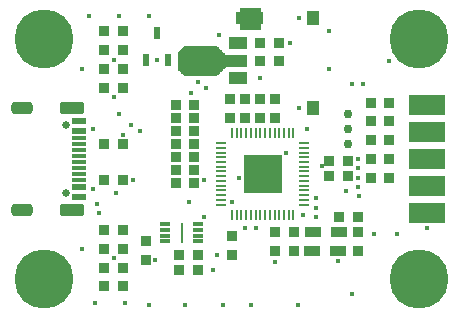
<source format=gts>
G04*
G04  File:            QL_PICOVGA_V2.GTS, Sun Mar 30 12:24:59 2025*
G04  Format:          Gerber Format (RS-274-D), ASCII*
G04*
G04  Format Options:  Absolute Positioning*
G04                   Leading-Zero Suppression*
G04                   Scale Factor 1:1*
G04                   NO Circular Interpolation*
G04                   Inch Units*
G04                   Numeric Format: 4.4 (XXXX.XXXX)*
G04                   G54 NOT Used for Aperture Change*
G04                   Apertures Embedded*
G04*
G04  File Options:    Offset = (0.0mil,0.0mil)*
G04                   Drill Symbol Size = 80.0mil*
G04                   No Pad/Via Holes*
G04*
G04  File Contents:   Pads*
G04                   Vias*
G04                   No Designators*
G04                   No Types*
G04                   No Values*
G04                   No Drill Symbols*
G04                   Top Mask*
G04*
%INQL_PICOVGA_V2.GTS*%
%ICAS*%
%MOIN*%
G04*
G04  Aperture MACROs for general use --- invoked via D-code assignment *
G04*
G04  General MACRO for flashed round with rotation and/or offset hole *
%AMROTOFFROUND*
1,1,$1,0.0000,0.0000*
1,0,$2,$3,$4*%
G04*
G04  General MACRO for flashed oval (obround) with rotation and/or offset hole *
%AMROTOFFOVAL*
21,1,$1,$2,0.0000,0.0000,$3*
1,1,$4,$5,$6*
1,1,$4,0-$5,0-$6*
1,0,$7,$8,$9*%
G04*
G04  General MACRO for flashed oval (obround) with rotation and no hole *
%AMROTOVALNOHOLE*
21,1,$1,$2,0.0000,0.0000,$3*
1,1,$4,$5,$6*
1,1,$4,0-$5,0-$6*%
G04*
G04  General MACRO for flashed rectangle with rotation and/or offset hole *
%AMROTOFFRECT*
21,1,$1,$2,0.0000,0.0000,$3*
1,0,$4,$5,$6*%
G04*
G04  General MACRO for flashed rectangle with rotation and no hole *
%AMROTRECTNOHOLE*
21,1,$1,$2,0.0000,0.0000,$3*%
G04*
G04  General MACRO for flashed rounded-rectangle *
%AMROUNDRECT*
21,1,$1,$2-$4,0.0000,0.0000,$3*
21,1,$1-$4,$2,0.0000,0.0000,$3*
1,1,$4,$5,$6*
1,1,$4,$7,$8*
1,1,$4,0-$5,0-$6*
1,1,$4,0-$7,0-$8*
1,0,$9,$10,$11*%
G04*
G04  General MACRO for flashed rounded-rectangle with rotation and no hole *
%AMROUNDRECTNOHOLE*
21,1,$1,$2-$4,0.0000,0.0000,$3*
21,1,$1-$4,$2,0.0000,0.0000,$3*
1,1,$4,$5,$6*
1,1,$4,$7,$8*
1,1,$4,0-$5,0-$6*
1,1,$4,0-$7,0-$8*%
G04*
G04  General MACRO for flashed regular polygon *
%AMREGPOLY*
5,1,$1,0.0000,0.0000,$2,$3+$4*
1,0,$5,$6,$7*%
G04*
G04  General MACRO for flashed regular polygon with no hole *
%AMREGPOLYNOHOLE*
5,1,$1,0.0000,0.0000,$2,$3+$4*%
G04*
G04  General MACRO for target *
%AMTARGET*
6,0,0,$1,$2,$3,4,$4,$5,$6*%
G04*
G04  General MACRO for mounting hole *
%AMMTHOLE*
1,1,$1,0,0*
1,0,$2,0,0*
$1=$1-$2*
$1=$1/2*
21,1,$2+$1,$3,0,0,$4*
21,1,$3,$2+$1,0,0,$4*%
G04*
G04*
G04  D10 : "Ellipse X4.0mil Y4.0mil H0.0mil 0.0deg (0.0mil,0.0mil) Draw"*
G04  Disc: OuterDia=0.0040*
%ADD10C, 0.0040*%
G04  D11 : "Ellipse X10.0mil Y10.0mil H0.0mil 0.0deg (0.0mil,0.0mil) Draw"*
G04  Disc: OuterDia=0.0100*
%ADD11C, 0.0100*%
G04  D12 : "Ellipse X11.0mil Y11.0mil H0.0mil 0.0deg (0.0mil,0.0mil) Draw"*
G04  Disc: OuterDia=0.0110*
%ADD12C, 0.0110*%
G04  D13 : "Ellipse X12.0mil Y12.0mil H0.0mil 0.0deg (0.0mil,0.0mil) Draw"*
G04  Disc: OuterDia=0.0120*
%ADD13C, 0.0120*%
G04  D14 : "Ellipse X14.0mil Y14.0mil H0.0mil 0.0deg (0.0mil,0.0mil) Draw"*
G04  Disc: OuterDia=0.0140*
%ADD14C, 0.0140*%
G04  D15 : "Ellipse X15.0mil Y15.0mil H0.0mil 0.0deg (0.0mil,0.0mil) Draw"*
G04  Disc: OuterDia=0.0150*
%ADD15C, 0.0150*%
G04  D16 : "Ellipse X16.0mil Y16.0mil H0.0mil 0.0deg (0.0mil,0.0mil) Draw"*
G04  Disc: OuterDia=0.0160*
%ADD16C, 0.0160*%
G04  D17 : "Ellipse X2.0mil Y2.0mil H0.0mil 0.0deg (0.0mil,0.0mil) Draw"*
G04  Disc: OuterDia=0.0020*
%ADD17C, 0.0020*%
G04  D18 : "Ellipse X2.0mil Y2.0mil H0.0mil 0.0deg (0.0mil,0.0mil) Draw"*
G04  Disc: OuterDia=0.0020*
%ADD18C, 0.0020*%
G04  D19 : "Ellipse X20.0mil Y20.0mil H0.0mil 0.0deg (0.0mil,0.0mil) Draw"*
G04  Disc: OuterDia=0.0200*
%ADD19C, 0.0200*%
G04  D20 : "Ellipse X32.0mil Y32.0mil H0.0mil 0.0deg (0.0mil,0.0mil) Draw"*
G04  Disc: OuterDia=0.0320*
%ADD20C, 0.0320*%
G04  D21 : "Ellipse X6.0mil Y6.0mil H0.0mil 0.0deg (0.0mil,0.0mil) Draw"*
G04  Disc: OuterDia=0.0060*
%ADD21C, 0.0060*%
G04  D22 : "Ellipse X8.0mil Y8.0mil H0.0mil 0.0deg (0.0mil,0.0mil) Draw"*
G04  Disc: OuterDia=0.0080*
%ADD22C, 0.0080*%
G04  D23 : "Ellipse X196.9mil Y196.9mil H0.0mil 0.0deg (0.0mil,0.0mil) Flash"*
G04  Disc: OuterDia=0.1969*
%ADD23C, 0.1969*%
G04  D24 : "Ellipse X25.6mil Y25.6mil H0.0mil 0.0deg (0.0mil,0.0mil) Flash"*
G04  Disc: OuterDia=0.0256*
%ADD24C, 0.0256*%
G04  D25 : "Ellipse X30.0mil Y30.0mil H0.0mil 0.0deg (0.0mil,0.0mil) Flash"*
G04  Disc: OuterDia=0.0300*
%ADD25C, 0.0300*%
G04  D26 : "Mounting Hole X196.9mil Y196.9mil H0.0mil 0.0deg (0.0mil,0.0mil) Flash"*
G04  Mounting Hole: Diameter=0.1969, Rotation=0.0, LineWidth=0.0050 *
%ADD26MTHOLE, 0.1969 X0.1769 X0.0050 X0.0*%
G04  D27 : "Mounting Hole X25.6mil Y25.6mil H0.0mil 0.0deg (0.0mil,0.0mil) Flash"*
G04  Mounting Hole: Diameter=0.0256, Rotation=0.0, LineWidth=0.0050 *
%ADD27MTHOLE, 0.0256 X0.0056 X0.0050 X0.0*%
G04  D28 : "Rounded Rectangle X59.1mil Y35.4mil H0.0mil 0.0deg (0.0mil,0.0mil) Flash"*
G04  RoundRct: DimX=0.0591, DimY=0.0354, CornerRad=0.0089, Rotation=0.0, OffsetX=0.0000, OffsetY=0.0000, HoleDia=0.0000 *
%ADD28ROUNDRECTNOHOLE, 0.0591 X0.0354 X0.0 X0.0177 X-0.0207 X-0.0089 X-0.0207 X0.0089*%
G04  D29 : "Rounded Rectangle X70.9mil Y39.4mil H0.0mil 0.0deg (0.0mil,0.0mil) Flash"*
G04  RoundRct: DimX=0.0709, DimY=0.0394, CornerRad=0.0098, Rotation=0.0, OffsetX=0.0000, OffsetY=0.0000, HoleDia=0.0000 *
%ADD29ROUNDRECTNOHOLE, 0.0709 X0.0394 X0.0 X0.0197 X-0.0256 X-0.0098 X-0.0256 X0.0098*%
G04  D30 : "Rounded Rectangle X82.7mil Y39.4mil H0.0mil 0.0deg (0.0mil,0.0mil) Flash"*
G04  RoundRct: DimX=0.0827, DimY=0.0394, CornerRad=0.0098, Rotation=0.0, OffsetX=0.0000, OffsetY=0.0000, HoleDia=0.0000 *
%ADD30ROUNDRECTNOHOLE, 0.0827 X0.0394 X0.0 X0.0197 X-0.0315 X-0.0098 X-0.0315 X0.0098*%
G04  D31 : "Rectangle X45.3mil Y11.8mil H0.0mil 0.0deg (0.0mil,0.0mil) Flash"*
G04  Rectangular: DimX=0.0453, DimY=0.0118, Rotation=0.0, OffsetX=0.0000, OffsetY=0.0000, HoleDia=0.0000 *
%ADD31R, 0.0453 X0.0118*%
G04  D32 : "Rectangle X120.0mil Y70.0mil H0.0mil 0.0deg (0.0mil,0.0mil) Flash"*
G04  Rectangular: DimX=0.1200, DimY=0.0700, Rotation=0.0, OffsetX=0.0000, OffsetY=0.0000, HoleDia=0.0000 *
%ADD32R, 0.1200 X0.0700*%
G04  D33 : "Rectangle X126.0mil Y126.0mil H0.0mil 0.0deg (0.0mil,0.0mil) Flash"*
G04  Square: Side=0.1260, Rotation=0.0, OffsetX=0.0000, OffsetY=0.0000, HoleDia=0.0000*
%ADD33R, 0.1260 X0.1260*%
G04  D34 : "Rectangle X129.9mil Y129.9mil H0.0mil 0.0deg (0.0mil,0.0mil) Flash"*
G04  Square: Side=0.1299, Rotation=0.0, OffsetX=0.0000, OffsetY=0.0000, HoleDia=0.0000*
%ADD34R, 0.1299 X0.1299*%
G04  D35 : "Rectangle X45.3mil Y23.6mil H0.0mil 0.0deg (0.0mil,0.0mil) Flash"*
G04  Rectangular: DimX=0.0453, DimY=0.0236, Rotation=0.0, OffsetX=0.0000, OffsetY=0.0000, HoleDia=0.0000 *
%ADD35R, 0.0453 X0.0236*%
G04  D36 : "Rectangle X32.0mil Y32.0mil H0.0mil 0.0deg (0.0mil,0.0mil) Flash"*
G04  Square: Side=0.0320, Rotation=0.0, OffsetX=0.0000, OffsetY=0.0000, HoleDia=0.0000*
%ADD36R, 0.0320 X0.0320*%
G04  D37 : "Rectangle X35.4mil Y11.8mil H0.0mil 0.0deg (0.0mil,0.0mil) Flash"*
G04  Rectangular: DimX=0.0354, DimY=0.0118, Rotation=0.0, OffsetX=0.0000, OffsetY=0.0000, HoleDia=0.0000 *
%ADD37R, 0.0354 X0.0118*%
G04  D38 : "Rectangle X35.4mil Y7.9mil H0.0mil 0.0deg (0.0mil,0.0mil) Flash"*
G04  Rectangular: DimX=0.0354, DimY=0.0079, Rotation=0.0, OffsetX=0.0000, OffsetY=0.0000, HoleDia=0.0000 *
%ADD38R, 0.0354 X0.0079*%
G04  D39 : "Rectangle X7.9mil Y35.4mil H0.0mil 0.0deg (0.0mil,0.0mil) Flash"*
G04  Rectangular: DimX=0.0079, DimY=0.0354, Rotation=0.0, OffsetX=0.0000, OffsetY=0.0000, HoleDia=0.0000 *
%ADD39R, 0.0079 X0.0354*%
G04  D40 : "Rectangle X22.0mil Y40.0mil H0.0mil 0.0deg (0.0mil,0.0mil) Flash"*
G04  Rectangular: DimX=0.0220, DimY=0.0400, Rotation=0.0, OffsetX=0.0000, OffsetY=0.0000, HoleDia=0.0000 *
%ADD40R, 0.0220 X0.0400*%
G04  D41 : "Rectangle X60.0mil Y40.0mil H0.0mil 0.0deg (0.0mil,0.0mil) Flash"*
G04  Rectangular: DimX=0.0600, DimY=0.0400, Rotation=0.0, OffsetX=0.0000, OffsetY=0.0000, HoleDia=0.0000 *
%ADD41R, 0.0600 X0.0400*%
G04  D42 : "Rectangle X40.0mil Y50.0mil H0.0mil 0.0deg (0.0mil,0.0mil) Flash"*
G04  Rectangular: DimX=0.0400, DimY=0.0500, Rotation=0.0, OffsetX=0.0000, OffsetY=0.0000, HoleDia=0.0000 *
%ADD42R, 0.0400 X0.0500*%
G04  D43 : "Rectangle X55.1mil Y35.4mil H0.0mil 0.0deg (0.0mil,0.0mil) Flash"*
G04  Rectangular: DimX=0.0551, DimY=0.0354, Rotation=0.0, OffsetX=0.0000, OffsetY=0.0000, HoleDia=0.0000 *
%ADD43R, 0.0551 X0.0354*%
G04  D44 : "Rectangle X9.8mil Y65.0mil H0.0mil 0.0deg (0.0mil,0.0mil) Flash"*
G04  Rectangular: DimX=0.0098, DimY=0.0650, Rotation=0.0, OffsetX=0.0000, OffsetY=0.0000, HoleDia=0.0000 *
%ADD44R, 0.0098 X0.0650*%
G04  D45 : "Ellipse X16.0mil Y16.0mil H0.0mil 0.0deg (0.0mil,0.0mil) Flash"*
G04  Disc: OuterDia=0.0160*
%ADD45C, 0.0160*%
G04*
%FSLAX44Y44*%
%SFA1B1*%
%OFA0.0000B0.0000*%
G04*
G70*
G90*
G01*
D2*
%LNTop Mask*%
D45*
X17562Y13687D3*
X16500Y14000D3*
X16937Y12187D3*
X17625Y15875D3*
X17062Y15187D3*
X16875Y16000D3*
X17000Y15500D3*
X17875Y17812D3*
X17562Y20312D3*
Y19062D3*
X16500Y20000D3*
X17750Y18500D3*
Y21750D3*
X16750D3*
X18937Y13625D3*
X20875Y13312D3*
D36*
X20375Y13812D3*
X19750D3*
X18625Y14250D3*
Y13625D3*
X20375Y13312D3*
X19750D3*
D45*
X18750Y12125D3*
X19937D3*
X20562Y16312D3*
D36*
X20250Y17062D3*
X19625D3*
Y16187D3*
X20250D3*
X19625Y16625D3*
X20250D3*
D45*
X18187Y16312D3*
X20062Y15562D3*
X19000Y20312D3*
D36*
X19625Y18812D3*
X20250D3*
D45*
X20625Y19375D3*
X20375Y19562D3*
X20125Y19187D3*
X18125Y18125D3*
X18750Y21750D3*
X21937Y14687D3*
X22312D3*
X22937Y13562D3*
D36*
X21500Y13812D3*
Y14437D3*
X22937Y13937D3*
Y14562D3*
D45*
X21187Y12125D3*
X22125D3*
X23687D3*
X21750Y16375D3*
X22312Y16312D3*
Y16687D3*
X22750D3*
Y16312D3*
X23312Y17187D3*
X23875Y15125D3*
X21500Y15562D3*
X23750Y18687D3*
X23437Y20875D3*
X22437Y19687D3*
D36*
X22937Y19000D3*
Y18375D3*
X23062Y20250D3*
X22437D3*
D45*
X23750Y21687D3*
D10*
X21790Y21352*
X22397D1*
X21790Y21372D2*
X22397D1*
X21790Y21391D2*
X22397D1*
X21790Y21411D2*
X22397D1*
X21790Y21431D2*
X22397D1*
X21790Y21450D2*
X22397D1*
X21790Y21470D2*
X22397D1*
X21790Y21490D2*
X22397D1*
X21790Y21509D2*
X22397D1*
X21790Y21529D2*
X22397D1*
X21790Y21549D2*
X22397D1*
X21790Y21569D2*
X22397D1*
X21790Y21588D2*
X22397D1*
X21790Y21608D2*
X22397D1*
X21790Y21628D2*
X22397D1*
X21790Y21647D2*
X22397D1*
X21790Y21667D2*
X22397D1*
X21790Y21687D2*
X22397D1*
X21790Y21706D2*
X22397D1*
X21790Y21726D2*
X22397D1*
X21790Y21746D2*
X22397D1*
X21790Y21765D2*
X22397D1*
X21790Y21785D2*
X22397D1*
X21790Y21805D2*
X22397D1*
X21790Y21824D2*
X22397D1*
X21790Y21844D2*
X22397D1*
X21790Y21864D2*
X22397D1*
X21790Y21883D2*
X22397D1*
X21790Y21903D2*
X22397D1*
X21790Y21923D2*
X22397D1*
X21790Y21943D2*
X22397D1*
X21790Y21962D2*
X22397D1*
X21790Y21982D2*
X22397D1*
X21790Y22002D2*
X22397D1*
X21790Y22021D2*
X22397D1*
X22417Y22042D2*
X21770D1*
Y21332*
X22417*
Y22042*
D2*
D40*
X21750Y21687D3*
X22437D3*
D45*
X25033Y13591D3*
D36*
X25687Y13937D3*
Y14562D3*
D45*
X26250Y14500D3*
X25500Y12500D3*
X25687Y16375D3*
Y16687D3*
Y17000D3*
D36*
X26125Y16375D3*
X26750D3*
X26125Y17000D3*
X26750D3*
D45*
X25687Y16062D3*
X25750Y15750D3*
X24500Y16750D3*
X25312Y15937D3*
X24312Y15375D3*
Y15687D3*
D36*
X25375Y16937D3*
X24750D3*
X25375Y16437D3*
X24750D3*
D45*
X25875Y19500D3*
D25*
X25375Y18500D3*
D45*
X26750Y20250D3*
X24750Y20000D3*
X25500Y19500D3*
X24750Y21250D3*
X28000Y14687D3*
X16875Y18000D3*
D36*
X20250Y17500D3*
X19625D3*
Y17937D3*
X20250D3*
D37*
X20375Y14446D3*
Y14643D3*
Y14840D3*
D44*
X19823Y14545D3*
D37*
X20375Y14250D3*
X19272D3*
Y14446D3*
Y14643D3*
Y14840D3*
D36*
X19625Y18375D3*
X20250D3*
D40*
X19375Y20312D3*
X19000Y21187D3*
X18625Y20312D3*
D45*
X18437Y17937D3*
X20562Y15062D3*
D36*
X23062Y20875D3*
X22437D3*
Y18375D3*
Y19000D3*
X21937D3*
Y18375D3*
X26125Y17625D3*
X26750D3*
D25*
X25375Y17500D3*
Y18000D3*
D36*
X25687Y15062D3*
X25062D3*
D45*
X24312D3*
X21000Y13812D3*
D36*
X17875Y14000D3*
X17250D3*
X17875Y12750D3*
X17250D3*
Y13375D3*
X17875D3*
D45*
X17937Y12187D3*
D36*
X17875Y16312D3*
X17250D3*
X21437Y19000D3*
Y18375D3*
X17875Y19375D3*
X17250D3*
Y20000D3*
X17875D3*
D45*
X21062Y21125D3*
X27000Y14500D3*
D36*
X26750Y18875D3*
X26125D3*
D23*
X15250Y21000D3*
D39*
X23547Y15125D3*
X23389D3*
X23232D3*
X23074D3*
X22917D3*
X22759D3*
X22602D3*
X22444D3*
X22287D3*
X22129D3*
X21972D3*
X21814D3*
X21657D3*
X21500D3*
D38*
X23901Y16739D3*
Y16581D3*
Y16424D3*
Y16266D3*
Y16109D3*
Y15951D3*
Y15794D3*
Y15636D3*
Y15479D3*
D39*
X23547Y17880D3*
X23389D3*
X23232D3*
X23074D3*
X22917D3*
X22759D3*
X22602D3*
X22444D3*
X22287D3*
X22129D3*
X21972D3*
X21814D3*
X21657D3*
X21500D3*
D38*
X23901Y17526D3*
Y17369D3*
Y17211D3*
Y17054D3*
Y16896D3*
X21145Y16739D3*
Y16581D3*
Y16424D3*
Y16266D3*
Y16109D3*
Y15951D3*
Y15794D3*
Y15636D3*
Y15479D3*
Y17526D3*
Y17369D3*
Y17211D3*
Y17054D3*
Y16896D3*
D34*
X22523Y16502D3*
D36*
X17875Y17500D3*
X17250D3*
D42*
X24187Y21687D3*
Y18687D3*
D41*
X21687Y19687D3*
Y20868D3*
D10*
X19895Y19798*
X20979D1*
X19875Y19818D2*
X20999D1*
X19855Y19838D2*
X21019D1*
X19835Y19858D2*
X21039D1*
X19815Y19878D2*
X21059D1*
X19795Y19898D2*
X21079D1*
X19775Y19918D2*
X21099D1*
X19755Y19938D2*
X21119D1*
X19735Y19958D2*
X21139D1*
X19715Y19978D2*
X21159D1*
X19707Y19998D2*
X21179D1*
X19707Y20018D2*
X21199D1*
X19707Y20038D2*
X21219D1*
X19707Y20058D2*
X21239D1*
X19707Y20078D2*
X21259D1*
X19707Y20098D2*
X21283D1*
X19707Y20118D2*
X21967D1*
X19707Y20138D2*
X21967D1*
X19707Y20158D2*
X21967D1*
X19707Y20178D2*
X21967D1*
X19707Y20198D2*
X21967D1*
X19707Y20218D2*
X21967D1*
X19707Y20238D2*
X21967D1*
X19707Y20258D2*
X21967D1*
X19707Y20278D2*
X21967D1*
X19707Y20298D2*
X21967D1*
X19707Y20318D2*
X21967D1*
X19707Y20338D2*
X21967D1*
X19707Y20358D2*
X21967D1*
X19707Y20378D2*
X21967D1*
X19707Y20398D2*
X21967D1*
X19707Y20418D2*
X21967D1*
X19707Y20438D2*
X21967D1*
X19707Y20458D2*
X21283D1*
X19707Y20478D2*
X21259D1*
X19707Y20498D2*
X21239D1*
X19707Y20518D2*
X21219D1*
X19707Y20538D2*
X21199D1*
X19707Y20558D2*
X21179D1*
X19715Y20578D2*
X21159D1*
X19735Y20598D2*
X21139D1*
X19755Y20618D2*
X21119D1*
X19775Y20638D2*
X21099D1*
X19795Y20658D2*
X21079D1*
X19815Y20678D2*
X21059D1*
X19835Y20698D2*
X21039D1*
X19855Y20718D2*
X21019D1*
X19875Y20738D2*
X20999D1*
X19707Y20569D2*
Y19986D1*
X19895Y19798*
X20979*
X21276Y20095*
X21283Y20098*
X21967Y20098*
Y20458*
X21283Y20458*
X21276Y20461*
X20979Y20758*
X19895*
X19707Y20569*
D2*
D36*
X17875Y20625D3*
X17250D3*
Y14625D3*
X17875D3*
X17250Y21250D3*
X17875D3*
X23562Y14562D3*
Y13937D3*
D45*
X24000Y18000D3*
D23*
X27750Y21000D3*
D36*
X26750Y18250D3*
X26125D3*
D43*
X24187Y14562D3*
X25053D3*
X24167Y13932D3*
X25033D3*
D23*
X15250Y13000D3*
X27750D3*
D32*
X28000Y15200D3*
Y16100D3*
Y17900D3*
Y18800D3*
Y17000D3*
D24*
X15956Y18141D3*
Y15858D3*
D35*
X16389Y18259D3*
Y15740D3*
Y16055D3*
D31*
Y17688D3*
Y17492D3*
Y17295D3*
Y17098D3*
Y16901D3*
Y16704D3*
Y16507D3*
D35*
Y17944D3*
D31*
Y16311D3*
D30*
X16153Y18692D3*
D29*
X14500D3*
D30*
X16153Y15307D3*
D29*
X14500D3*
D02M02*

</source>
